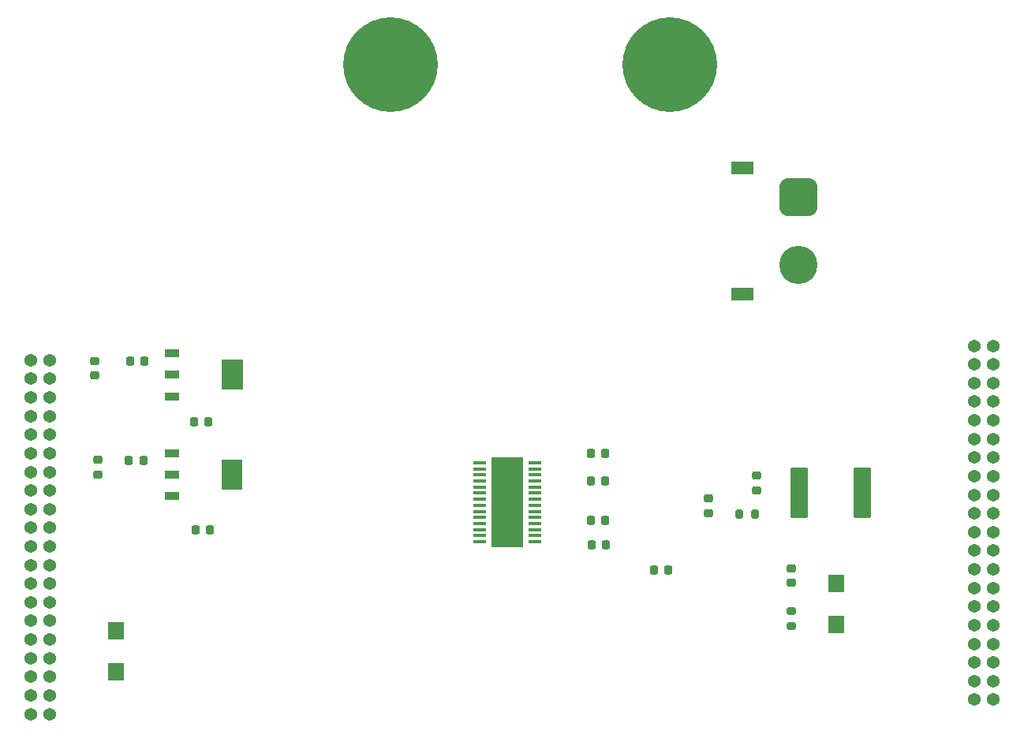
<source format=gbr>
%TF.GenerationSoftware,KiCad,Pcbnew,7.0.7*%
%TF.CreationDate,2024-02-25T13:36:01-08:00*%
%TF.ProjectId,Power-board,506f7765-722d-4626-9f61-72642e6b6963,rev?*%
%TF.SameCoordinates,Original*%
%TF.FileFunction,Soldermask,Top*%
%TF.FilePolarity,Negative*%
%FSLAX46Y46*%
G04 Gerber Fmt 4.6, Leading zero omitted, Abs format (unit mm)*
G04 Created by KiCad (PCBNEW 7.0.7) date 2024-02-25 13:36:01*
%MOMM*%
%LPD*%
G01*
G04 APERTURE LIST*
G04 Aperture macros list*
%AMRoundRect*
0 Rectangle with rounded corners*
0 $1 Rounding radius*
0 $2 $3 $4 $5 $6 $7 $8 $9 X,Y pos of 4 corners*
0 Add a 4 corners polygon primitive as box body*
4,1,4,$2,$3,$4,$5,$6,$7,$8,$9,$2,$3,0*
0 Add four circle primitives for the rounded corners*
1,1,$1+$1,$2,$3*
1,1,$1+$1,$4,$5*
1,1,$1+$1,$6,$7*
1,1,$1+$1,$8,$9*
0 Add four rect primitives between the rounded corners*
20,1,$1+$1,$2,$3,$4,$5,0*
20,1,$1+$1,$4,$5,$6,$7,0*
20,1,$1+$1,$6,$7,$8,$9,0*
20,1,$1+$1,$8,$9,$2,$3,0*%
G04 Aperture macros list end*
%ADD10RoundRect,0.225000X-0.225000X-0.250000X0.225000X-0.250000X0.225000X0.250000X-0.225000X0.250000X0*%
%ADD11RoundRect,0.218750X0.256250X-0.218750X0.256250X0.218750X-0.256250X0.218750X-0.256250X-0.218750X0*%
%ADD12RoundRect,0.225000X0.225000X0.250000X-0.225000X0.250000X-0.225000X-0.250000X0.225000X-0.250000X0*%
%ADD13RoundRect,0.225000X0.250000X-0.225000X0.250000X0.225000X-0.250000X0.225000X-0.250000X-0.225000X0*%
%ADD14RoundRect,0.218750X0.218750X0.256250X-0.218750X0.256250X-0.218750X-0.256250X0.218750X-0.256250X0*%
%ADD15R,1.676400X1.879600*%
%ADD16RoundRect,0.200000X-0.275000X0.200000X-0.275000X-0.200000X0.275000X-0.200000X0.275000X0.200000X0*%
%ADD17R,1.400000X0.449999*%
%ADD18C,0.780000*%
%ADD19R,3.400001X9.700001*%
%ADD20C,1.371600*%
%ADD21RoundRect,0.250000X-0.712500X-2.475000X0.712500X-2.475000X0.712500X2.475000X-0.712500X2.475000X0*%
%ADD22R,2.340000X1.330000*%
%ADD23R,2.450000X1.380000*%
%ADD24RoundRect,1.025000X1.025000X-1.025000X1.025000X1.025000X-1.025000X1.025000X-1.025000X-1.025000X0*%
%ADD25C,4.100000*%
%ADD26R,1.549400X0.863600*%
%ADD27RoundRect,0.361950X-0.361950X1.098550X-0.361950X-1.098550X0.361950X-1.098550X0.361950X1.098550X0*%
%ADD28RoundRect,0.200000X0.200000X0.275000X-0.200000X0.275000X-0.200000X-0.275000X0.200000X-0.275000X0*%
%ADD29C,10.160000*%
G04 APERTURE END LIST*
%TO.C,U3*%
G36*
X123427570Y-82205994D02*
G01*
X123436295Y-82208641D01*
X123444334Y-82212936D01*
X123451380Y-82218720D01*
X123457164Y-82225766D01*
X123461459Y-82233805D01*
X123464105Y-82242530D01*
X123464999Y-82251600D01*
X123464999Y-87338600D01*
X123464105Y-87347670D01*
X123461459Y-87356395D01*
X123457164Y-87364434D01*
X123451380Y-87371480D01*
X123444334Y-87377264D01*
X123436295Y-87381559D01*
X123427570Y-87384206D01*
X123418500Y-87385100D01*
X120411500Y-87385100D01*
X120402430Y-87384206D01*
X120393705Y-87381559D01*
X120385666Y-87377264D01*
X120378620Y-87371480D01*
X120372836Y-87364434D01*
X120368541Y-87356395D01*
X120365895Y-87347670D01*
X120365001Y-87338600D01*
X120365001Y-82251600D01*
X120365895Y-82242530D01*
X120368541Y-82233805D01*
X120372836Y-82225766D01*
X120378620Y-82218720D01*
X120385666Y-82212936D01*
X120393705Y-82208641D01*
X120402430Y-82205994D01*
X120411500Y-82205100D01*
X123418500Y-82205100D01*
X123427570Y-82205994D01*
G37*
%TO.C,U1*%
G36*
X93526100Y-72710200D02*
G01*
X91265500Y-72710200D01*
X91265500Y-69509800D01*
X93526100Y-69509800D01*
X93526100Y-72710200D01*
G37*
%TO.C,U4*%
G36*
X93506100Y-83410200D02*
G01*
X91245500Y-83410200D01*
X91245500Y-80209800D01*
X93506100Y-80209800D01*
X93506100Y-83410200D01*
G37*
%TD*%
D10*
%TO.C,C4*%
X130905000Y-79575100D03*
X132455000Y-79575100D03*
%TD*%
D11*
%TO.C,D2*%
X143498000Y-85946000D03*
X143498000Y-84371000D03*
%TD*%
D12*
%TO.C,C5*%
X90000000Y-87800000D03*
X88450000Y-87800000D03*
%TD*%
D13*
%TO.C,C1*%
X77600000Y-71150000D03*
X77600000Y-69600000D03*
%TD*%
D14*
%TO.C,F2*%
X83000000Y-69600000D03*
X81425000Y-69600000D03*
%TD*%
D13*
%TO.C,C12*%
X152400000Y-93472000D03*
X152400000Y-91922000D03*
%TD*%
D15*
%TO.C,D16*%
X79950000Y-98600000D03*
X79950000Y-103019600D03*
%TD*%
D16*
%TO.C,R1*%
X152400000Y-96457000D03*
X152400000Y-98107000D03*
%TD*%
D17*
%TO.C,U3*%
X118965001Y-80570100D03*
X118965001Y-81220101D03*
X118965001Y-81870100D03*
X118965001Y-82520101D03*
X118965001Y-83170099D03*
X118965001Y-83820101D03*
X118965001Y-84470099D03*
X118965001Y-85120101D03*
X118965001Y-85770099D03*
X118965001Y-86420101D03*
X118965001Y-87070099D03*
X118965001Y-87720100D03*
X118965001Y-88370099D03*
X118965001Y-89020100D03*
X124865002Y-89020100D03*
X124865002Y-88370099D03*
X124865002Y-87720100D03*
X124865002Y-87070099D03*
X124865002Y-86420101D03*
X124865002Y-85770099D03*
X124865002Y-85120101D03*
X124865002Y-84470099D03*
X124865002Y-83820101D03*
X124865002Y-83170099D03*
X124865002Y-82520101D03*
X124865002Y-81870100D03*
X124865002Y-81220101D03*
X124865002Y-80570100D03*
D18*
X120615000Y-80795100D03*
X120615000Y-82095100D03*
X120615000Y-83495100D03*
X120615000Y-84795100D03*
X120615000Y-86095100D03*
X120615003Y-87495100D03*
X120615003Y-88795100D03*
X121915000Y-82095100D03*
D19*
X121915000Y-84795100D03*
D18*
X121915003Y-80795100D03*
X121915003Y-83495100D03*
X121915003Y-84795100D03*
X121915003Y-86095100D03*
X121915003Y-87495100D03*
X121915005Y-88795100D03*
X123215000Y-80795100D03*
X123215000Y-82095100D03*
X123215000Y-83495100D03*
X123215000Y-84795100D03*
X123215000Y-86095100D03*
X123215002Y-87495100D03*
X123215002Y-88795100D03*
%TD*%
D13*
%TO.C,C3*%
X78000000Y-81800000D03*
X78000000Y-80250000D03*
%TD*%
D10*
%TO.C,C9*%
X130905000Y-86775100D03*
X132455000Y-86775100D03*
%TD*%
D20*
%TO.C,J1*%
X70780000Y-69536931D03*
X72780000Y-69536931D03*
X70780000Y-71536931D03*
X72780000Y-71536931D03*
X70780000Y-73536931D03*
X72780000Y-73536931D03*
X70780000Y-75536931D03*
X72780000Y-75536931D03*
X70780000Y-77536931D03*
X72780000Y-77536931D03*
X70780000Y-79536931D03*
X72780000Y-79536931D03*
X70780000Y-81536931D03*
X72780000Y-81536931D03*
X70780000Y-83536931D03*
X72780000Y-83536931D03*
X70780000Y-85536931D03*
X72780000Y-85536931D03*
X70780000Y-87536931D03*
X72780000Y-87536931D03*
X70780000Y-89536931D03*
X72780000Y-89536931D03*
X70780000Y-91536931D03*
X72780000Y-91536931D03*
X70780000Y-93536931D03*
X72780000Y-93536931D03*
X70780000Y-95536931D03*
X72780000Y-95536931D03*
X70780000Y-97536931D03*
X72780000Y-97536931D03*
X70780000Y-99536931D03*
X72780000Y-99536931D03*
X70780000Y-101536831D03*
X72780000Y-101536831D03*
X70780000Y-103536831D03*
X72780000Y-103536831D03*
X70780000Y-105536831D03*
X72780000Y-105536831D03*
X70780000Y-107536831D03*
X72780000Y-107536831D03*
X172050000Y-68000100D03*
X174050000Y-68000100D03*
X172050000Y-70000100D03*
X174050000Y-70000100D03*
X172050000Y-72000100D03*
X174050000Y-72000100D03*
X172050000Y-74000100D03*
X174050000Y-74000100D03*
X172050000Y-76000000D03*
X174050000Y-76000000D03*
X172050000Y-78000000D03*
X174050000Y-78000000D03*
X172050000Y-80000000D03*
X174050000Y-80000000D03*
X172050000Y-82000000D03*
X174050000Y-82000000D03*
X172050000Y-84000000D03*
X174050000Y-84000000D03*
X172050000Y-86000000D03*
X174050000Y-86000000D03*
X172050000Y-88000000D03*
X174050000Y-88000000D03*
X172050000Y-90000000D03*
X174050000Y-90000000D03*
X172050000Y-92000000D03*
X174050000Y-92000000D03*
X172050000Y-94000000D03*
X174050000Y-94000000D03*
X172050000Y-96000000D03*
X174050000Y-96000000D03*
X172050000Y-98000000D03*
X174050000Y-98000000D03*
X172050000Y-100000000D03*
X174050000Y-100000000D03*
X172050000Y-102000000D03*
X174050000Y-102000000D03*
X172050000Y-104000000D03*
X174050000Y-104000000D03*
X172050000Y-106000000D03*
X174050000Y-106000000D03*
%TD*%
D21*
%TO.C,F1*%
X153245000Y-83820000D03*
X160020000Y-83820000D03*
%TD*%
D14*
%TO.C,F3*%
X82851000Y-80286000D03*
X81276000Y-80286000D03*
%TD*%
D22*
%TO.C,J8*%
X147152000Y-62415000D03*
D23*
X147157000Y-48910000D03*
D24*
X153162000Y-52070000D03*
D25*
X153162000Y-59270000D03*
%TD*%
D12*
%TO.C,C11*%
X139200000Y-92050000D03*
X137650000Y-92050000D03*
%TD*%
D13*
%TO.C,C6*%
X148700000Y-83500000D03*
X148700000Y-81950000D03*
%TD*%
D26*
%TO.C,U1*%
X85944200Y-68810000D03*
X85944200Y-71110000D03*
X85944200Y-73410000D03*
D27*
X92383100Y-71122700D03*
%TD*%
D10*
%TO.C,C10*%
X130955000Y-89375100D03*
X132505000Y-89375100D03*
%TD*%
D28*
%TO.C,R3*%
X148500000Y-86050000D03*
X146850000Y-86050000D03*
%TD*%
D10*
%TO.C,C8*%
X130905000Y-82479100D03*
X132455000Y-82479100D03*
%TD*%
D29*
%TO.C,J5*%
X139350000Y-37782000D03*
X109380000Y-37782000D03*
%TD*%
D15*
%TO.C,D15*%
X157200000Y-97950000D03*
X157200000Y-93530400D03*
%TD*%
D26*
%TO.C,U4*%
X85924200Y-79510000D03*
X85924200Y-81810000D03*
X85924200Y-84110000D03*
D27*
X92363100Y-81822700D03*
%TD*%
D12*
%TO.C,C2*%
X89850000Y-76150000D03*
X88300000Y-76150000D03*
%TD*%
M02*

</source>
